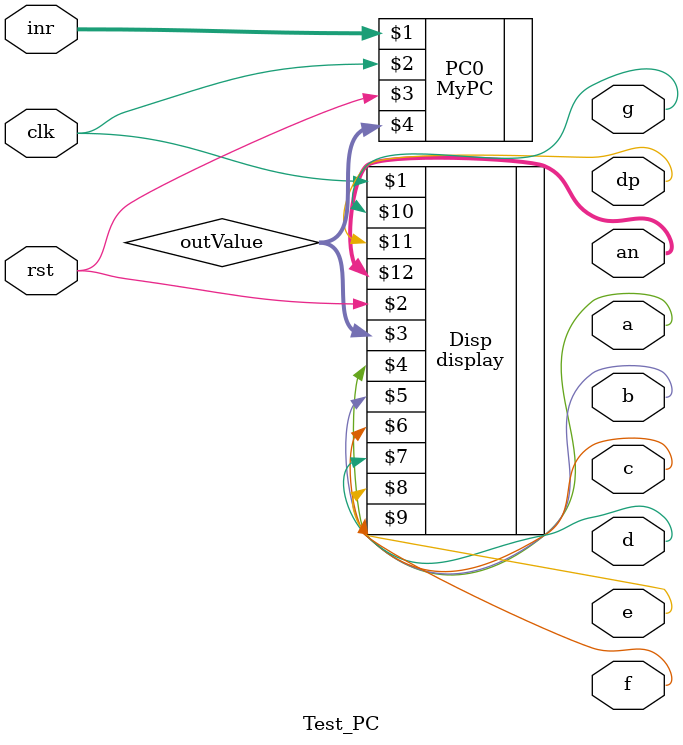
<source format=v>
`timescale 1ns / 1ps


module Test_PC(
input clk,
input rst,
input [2:0]inr,

output a, b, c, d, e, f, g, dp,
output [3:0]an
);



(* DONT_TOUCH = "true" *)wire [15:0]outValue;
MyPC PC0(inr,clk,rst,outValue);
display Disp(clk, rst,outValue,a, b, c, d, e, f, g, dp,an);



endmodule

</source>
